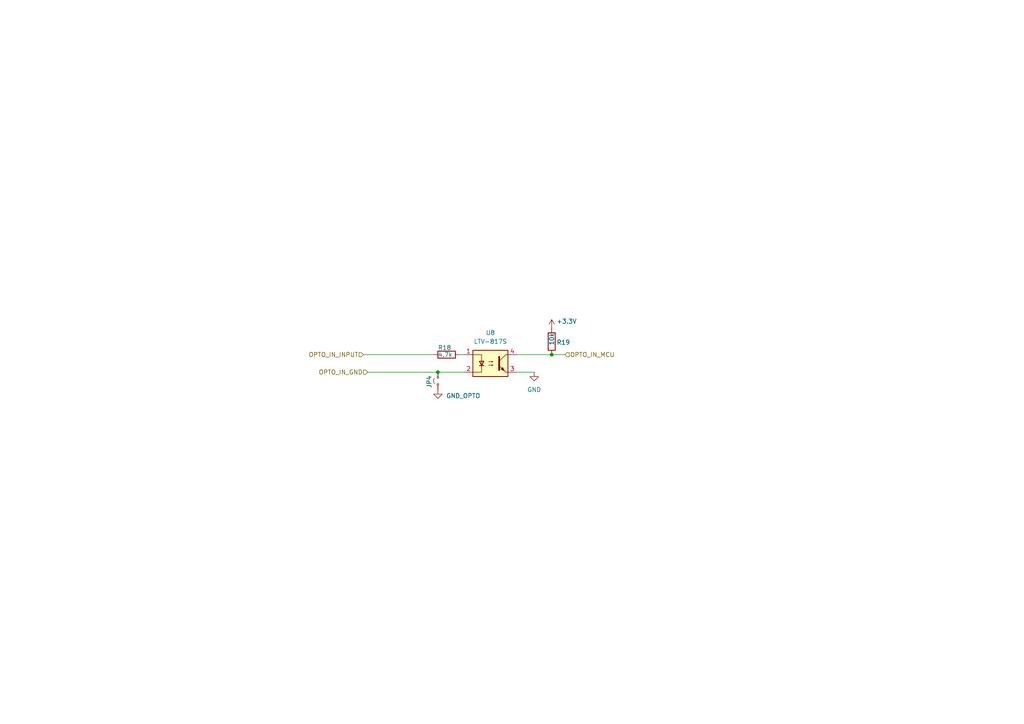
<source format=kicad_sch>
(kicad_sch (version 20250114) (generator "eeschema") (generator_version "9.0")
  (paper "A4")
  (lib_symbols
    (symbol "Isolator:LTV-817S" (pin_names (offset 1.016))
      (property "Reference" "U" (at -3.81 5.08 0))
      (property "Value" "LTV-817S" (at 0 -5.08 0))
      (symbol "LTV-817S_1_1"
        (rectangle (start -5.08 3.81) (end 5.08 -3.81) (stroke (width 0.254)) (fill (type background)))
        (polyline (pts (xy -5.08 2.54) (xy -2.54 2.54) (xy -2.54 -0.762)))
        (polyline (pts (xy -3.175 -0.635) (xy -1.905 -0.635)) (stroke (width 0.254)))
        (polyline (pts (xy -2.54 -0.635) (xy -2.54 -2.54) (xy -5.08 -2.54)))
        (polyline (pts (xy -2.54 -0.635) (xy -3.175 0.635) (xy -1.905 0.635) (xy -2.54 -0.635)) (stroke (width 0.254)))
        (polyline (pts (xy -0.508 0.508) (xy 0.762 0.508) (xy 0.381 0.381) (xy 0.381 0.635) (xy 0.762 0.508)))
        (polyline (pts (xy -0.508 -0.508) (xy 0.762 -0.508) (xy 0.381 -0.635) (xy 0.381 -0.381) (xy 0.762 -0.508)))
        (polyline (pts (xy 2.54 1.905) (xy 2.54 -1.905)) (stroke (width 0.508)))
        (polyline (pts (xy 2.54 0.635) (xy 4.445 2.54)))
        (polyline (pts (xy 3.048 -1.651) (xy 3.556 -1.143) (xy 4.064 -2.159) (xy 3.048 -1.651)) (fill (type outline)))
        (polyline (pts (xy 4.445 2.54) (xy 5.08 2.54)))
        (polyline (pts (xy 4.445 -2.54) (xy 2.54 -0.635)) (fill (type outline)))
        (polyline (pts (xy 4.445 -2.54) (xy 5.08 -2.54)))
        (pin passive line (at -7.62 2.54 0) (length 2.54) (name "~") (number "1"))
        (pin passive line (at -7.62 -2.54 0) (length 2.54) (name "~") (number "2"))
        (pin passive line (at 7.62 2.54 180) (length 2.54) (name "~") (number "4"))
        (pin passive line (at 7.62 -2.54 180) (length 2.54) (name "~") (number "3"))
      )
    )
    (symbol "Jumper:Jumper_2_Small_Open" (pin_numbers (hide yes)) (pin_names (offset 0) (hide yes))
      (property "Reference" "JP" (at 0 2.794 0))
      (property "Value" "Jumper_2_Small_Open" (at 0 -2.286 0))
      (symbol "Jumper_2_Small_Open_0_0"
        (circle (center -1.016 0) (radius 0.254))
        (circle (center 1.016 0) (radius 0.254))
      )
      (symbol "Jumper_2_Small_Open_0_1"
        (arc (start -0.762 1.0196) (mid 0 1.2729) (end 0.762 1.0196))
      )
      (symbol "Jumper_2_Small_Open_1_1"
        (pin passive line (at -2.54 0 0) (length 1.27) (name "A") (number "1"))
        (pin passive line (at 2.54 0 180) (length 1.27) (name "B") (number "2"))
      )
    )
    (symbol "Library:R" (pin_numbers (hide yes)) (pin_names (offset 0))
      (property "Reference" "R" (at 2.032 0 90))
      (property "Value" "R" (at 0 0 90))
      (symbol "R_0_1"
        (rectangle (start -1.016 -2.54) (end 1.016 2.54) (stroke (width 0.254)))
      )
      (symbol "R_1_1"
        (pin passive line (at 0 3.81 270) (length 1.27) (name "~") (number "1"))
        (pin passive line (at 0 -3.81 90) (length 1.27) (name "~") (number "2"))
      )
    )
    (symbol "power:+3.3V" (power) (pin_numbers (hide yes)) (pin_names (offset 0) (hide yes))
      (property "Value" "+3.3V" (at 0 3.556 0))
      (symbol "+3.3V_0_1"
        (polyline (pts (xy -0.762 1.27) (xy 0 2.54)))
        (polyline (pts (xy 0 2.54) (xy 0.762 1.27)))
        (polyline (pts (xy 0 0) (xy 0 2.54)))
      )
      (symbol "+3.3V_1_1"
        (pin power_in line (at 0 0 90) (length 0) (name "~") (number "1"))
      )
    )
    (symbol "power:GND" (power) (pin_numbers (hide yes)) (pin_names (offset 0) (hide yes))
      (property "Value" "GND" (at 0 -3.81 0))
      (symbol "GND_0_1"
        (polyline (pts (xy 0 0) (xy 0 -1.27) (xy 1.27 -1.27) (xy 0 -2.54) (xy -1.27 -1.27) (xy 0 -1.27)))
      )
      (symbol "GND_1_1"
        (pin power_in line (at 0 0 270) (length 0) (name "~") (number "1"))
      )
    )
  )
  (junction (at 160.02 102.87))
  (junction (at 127 107.95))
  (wire (pts (xy 149.86 102.87) (xy 160.02 102.87)))
  (wire (pts (xy 154.94 107.95) (xy 149.86 107.95)))
  (wire (pts (xy 127 107.95) (xy 134.62 107.95)))
  (wire (pts (xy 106.68 107.95) (xy 127 107.95)))
  (wire (pts (xy 134.62 102.87) (xy 133.35 102.87)))
  (wire (pts (xy 105.41 102.87) (xy 125.73 102.87)))
  (wire (pts (xy 160.02 102.87) (xy 163.83 102.87)))
  (hierarchical_label "OPTO_IN_MCU" (shape input) (at 163.83 102.87 0))
  (hierarchical_label "OPTO_IN_INPUT" (shape input) (at 105.41 102.87 180))
  (hierarchical_label "OPTO_IN_GND" (shape input) (at 106.68 107.95 180))
  (symbol (lib_id "power:+3.3V") (at 160.02 95.25 0) (unit 1)
    (property "Reference" "#PWR050" (effects (hide yes)))
    (property "Value" "+3.3V" (at 164.338 93.218 0))
    (property "Description" "Power symbol creates a global label with name \"+3.3V\"" (effects (hide yes)))
    (instances (project "esp-motioncontroller" (path "" (reference "#PWR050") (unit 1)) (path "" (reference "#PWR054") (unit 1)) (path "" (reference "#PWR057") (unit 1)) (path "" (reference "#PWR051") (unit 1))))
  )
  (symbol (lib_id "Library:R") (at 160.02 99.06 180) (unit 1)
    (property "Reference" "R19" (at 165.354 99.314 0) (effects (justify left)))
    (property "Value" "10k" (at 160.02 96.52 90) (effects (justify left)))
    (property "Footprint" "Resistor_SMD:R_0603_1608Metric" (effects (hide yes)))
    (property "LCSC Part #" "-" (effects (hide yes)))
    (instances (project "esp-motioncontroller" (path "" (reference "R19") (unit 1)) (path "" (reference "R21") (unit 1)) (path "" (reference "R23") (unit 1)) (path "" (reference "R17") (unit 1))))
  )
  (symbol (lib_id "power:GND") (at 127 113.03 0) (unit 1)
    (property "Reference" "#PWR040" (effects (hide yes)))
    (property "Value" "GND_OPTO" (at 134.366 114.808 0))
    (property "Description" "Power symbol creates a global label with name \"GND\" , ground" (effects (hide yes)))
    (instances (project "esp-motioncontroller" (path "" (reference "#PWR040") (unit 1)) (path "" (reference "#PWR052") (unit 1)) (path "" (reference "#PWR055") (unit 1)) (path "" (reference "#PWR038") (unit 1))))
  )
  (symbol (lib_id "Jumper:Jumper_2_Small_Open") (at 127 110.49 90) (unit 1) (in_bom no)
    (property "Reference" "JP4" (at 124.46 110.744 0))
    (property "Value" "Jumper_2_Small_Open" (effects (hide yes)))
    (property "Footprint" "TestPoint:TestPoint_2Pads_Pitch2.54mm_Drill0.8mm" (effects (hide yes)))
    (property "Description" "Jumper, 2-pole, small symbol, open" (effects (hide yes)))
    (instances (project "esp-motioncontroller" (path "" (reference "JP4") (unit 1)) (path "" (reference "JP5") (unit 1)) (path "" (reference "JP6") (unit 1)) (path "" (reference "JP3") (unit 1))))
  )
  (symbol (lib_id "Isolator:LTV-817S") (at 142.24 105.41 0) (unit 1)
    (property "Reference" "U8" (at 142.24 96.52 0))
    (property "Value" "LTV-817S" (at 142.24 99.06 0))
    (property "Footprint" "Package_DIP:SMDIP-4_W9.53mm" (effects (hide yes)))
    (property "Datasheet" "http://www.us.liteon.com/downloads/LTV-817-827-847.PDF" (effects (hide yes)))
    (property "Description" "DC Optocoupler, Vce 35V, CTR 50%, SMDIP-4" (effects (hide yes)))
    (property "LCSC Part #" "C109227" (effects (hide yes)))
    (instances (project "esp-motioncontroller" (path "" (reference "U8") (unit 1)) (path "" (reference "U9") (unit 1)) (path "" (reference "U10") (unit 1)) (path "" (reference "U7") (unit 1))))
  )
  (symbol (lib_id "Library:R") (at 129.54 102.87 270) (unit 1)
    (property "Reference" "R18" (at 127 100.838 90) (effects (justify left)))
    (property "Value" "4.7k" (at 127 102.87 90) (effects (justify left)))
    (property "Footprint" "Resistor_SMD:R_0603_1608Metric" (effects (hide yes)))
    (property "LCSC Part #" "-" (effects (hide yes)))
    (instances (project "esp-motioncontroller" (path "" (reference "R18") (unit 1)) (path "" (reference "R20") (unit 1)) (path "" (reference "R22") (unit 1)) (path "" (reference "R16") (unit 1))))
  )
  (symbol (lib_id "power:GND") (at 154.94 107.95 0) (unit 1)
    (property "Reference" "#PWR047" (effects (hide yes)))
    (property "Value" "GND" (at 154.94 113.03 0))
    (property "Description" "Power symbol creates a global label with name \"GND\" , ground" (effects (hide yes)))
    (instances (project "esp-motioncontroller" (path "" (reference "#PWR047") (unit 1)) (path "" (reference "#PWR053") (unit 1)) (path "" (reference "#PWR056") (unit 1)) (path "" (reference "#PWR039") (unit 1))))
  )
)
</source>
